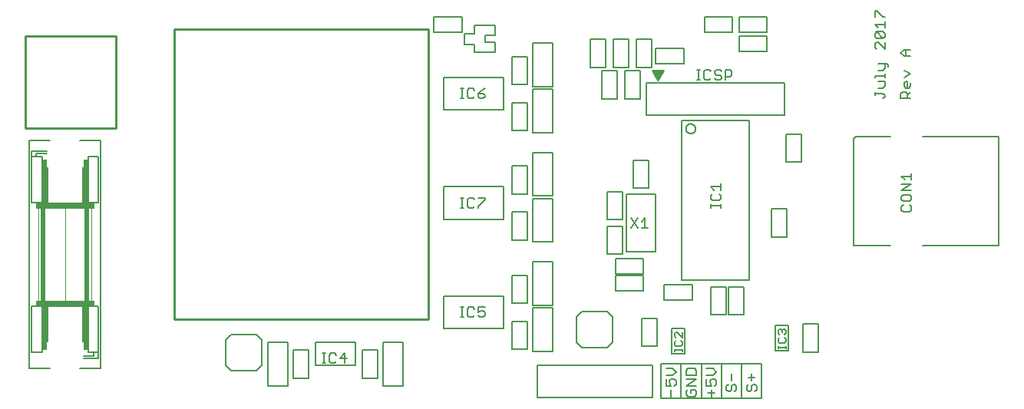
<source format=gto>
G75*
%MOIN*%
%OFA0B0*%
%FSLAX25Y25*%
%IPPOS*%
%LPD*%
%AMOC8*
5,1,8,0,0,1.08239X$1,22.5*
%
%ADD10C,0.00700*%
%ADD11C,0.00591*%
%ADD12C,0.00600*%
%ADD13C,0.01000*%
%ADD14C,0.00500*%
%ADD15C,0.00200*%
%ADD16R,0.04500X0.02500*%
%ADD17R,0.16000X0.02500*%
%ADD18R,0.02000X0.40000*%
%ADD19R,0.00500X0.15500*%
%ADD20R,0.02000X0.19000*%
D10*
X0151649Y0040563D02*
X0153084Y0040563D01*
X0152366Y0040563D02*
X0152366Y0044866D01*
X0151649Y0044866D02*
X0153084Y0044866D01*
X0154718Y0044149D02*
X0154718Y0041280D01*
X0155436Y0040563D01*
X0156870Y0040563D01*
X0157587Y0041280D01*
X0159322Y0042714D02*
X0162191Y0042714D01*
X0161474Y0040563D02*
X0161474Y0044866D01*
X0159322Y0042714D01*
X0157587Y0044149D02*
X0156870Y0044866D01*
X0155436Y0044866D01*
X0154718Y0044149D01*
X0211649Y0060563D02*
X0213084Y0060563D01*
X0212366Y0060563D02*
X0212366Y0064866D01*
X0211649Y0064866D02*
X0213084Y0064866D01*
X0214718Y0064149D02*
X0214718Y0061280D01*
X0215436Y0060563D01*
X0216870Y0060563D01*
X0217587Y0061280D01*
X0219322Y0061280D02*
X0220040Y0060563D01*
X0221474Y0060563D01*
X0222191Y0061280D01*
X0222191Y0062714D01*
X0221474Y0063432D01*
X0220757Y0063432D01*
X0219322Y0062714D01*
X0219322Y0064866D01*
X0222191Y0064866D01*
X0217587Y0064149D02*
X0216870Y0064866D01*
X0215436Y0064866D01*
X0214718Y0064149D01*
X0285684Y0099313D02*
X0288553Y0103616D01*
X0290288Y0102182D02*
X0291722Y0103616D01*
X0291722Y0099313D01*
X0290288Y0099313D02*
X0293157Y0099313D01*
X0288553Y0099313D02*
X0285684Y0103616D01*
X0320284Y0108174D02*
X0320284Y0109609D01*
X0320284Y0108891D02*
X0324588Y0108891D01*
X0324588Y0108174D02*
X0324588Y0109609D01*
X0323870Y0111243D02*
X0321001Y0111243D01*
X0320284Y0111961D01*
X0320284Y0113395D01*
X0321001Y0114112D01*
X0321719Y0115847D02*
X0320284Y0117282D01*
X0324588Y0117282D01*
X0324588Y0118716D02*
X0324588Y0115847D01*
X0323870Y0114112D02*
X0324588Y0113395D01*
X0324588Y0111961D01*
X0323870Y0111243D01*
X0403158Y0111696D02*
X0403875Y0110978D01*
X0406744Y0110978D01*
X0407462Y0111696D01*
X0407462Y0113130D01*
X0406744Y0113847D01*
X0403875Y0113847D01*
X0403158Y0113130D01*
X0403158Y0111696D01*
X0403875Y0109244D02*
X0403158Y0108526D01*
X0403158Y0107092D01*
X0403875Y0106374D01*
X0406744Y0106374D01*
X0407462Y0107092D01*
X0407462Y0108526D01*
X0406744Y0109244D01*
X0407462Y0115582D02*
X0403158Y0115582D01*
X0407462Y0118451D01*
X0403158Y0118451D01*
X0404593Y0120186D02*
X0403158Y0121621D01*
X0407462Y0121621D01*
X0407462Y0123055D02*
X0407462Y0120186D01*
X0407088Y0155563D02*
X0402784Y0155563D01*
X0402784Y0157714D01*
X0403501Y0158432D01*
X0404936Y0158432D01*
X0405653Y0157714D01*
X0405653Y0155563D01*
X0405653Y0156997D02*
X0407088Y0158432D01*
X0406370Y0160167D02*
X0404936Y0160167D01*
X0404219Y0160884D01*
X0404219Y0162318D01*
X0404936Y0163036D01*
X0405653Y0163036D01*
X0405653Y0160167D01*
X0406370Y0160167D02*
X0407088Y0160884D01*
X0407088Y0162318D01*
X0404219Y0164770D02*
X0407088Y0166205D01*
X0404219Y0167640D01*
X0397272Y0169274D02*
X0397272Y0169992D01*
X0396555Y0170709D01*
X0392969Y0170709D01*
X0395838Y0170709D02*
X0395838Y0168557D01*
X0395120Y0167840D01*
X0392969Y0167840D01*
X0391534Y0165488D02*
X0395838Y0165488D01*
X0395838Y0166205D02*
X0395838Y0164770D01*
X0395838Y0163036D02*
X0392969Y0163036D01*
X0391534Y0164770D02*
X0391534Y0165488D01*
X0395838Y0163036D02*
X0395838Y0160884D01*
X0395120Y0160167D01*
X0392969Y0160167D01*
X0391534Y0158432D02*
X0391534Y0156997D01*
X0391534Y0157714D02*
X0395120Y0157714D01*
X0395838Y0156997D01*
X0395838Y0156280D01*
X0395120Y0155563D01*
X0404219Y0173978D02*
X0402784Y0175413D01*
X0404219Y0176847D01*
X0407088Y0176847D01*
X0404936Y0176847D02*
X0404936Y0173978D01*
X0404219Y0173978D02*
X0407088Y0173978D01*
X0395838Y0177048D02*
X0395838Y0179917D01*
X0395120Y0181652D02*
X0392251Y0184521D01*
X0395120Y0184521D01*
X0395838Y0183803D01*
X0395838Y0182369D01*
X0395120Y0181652D01*
X0392251Y0181652D01*
X0391534Y0182369D01*
X0391534Y0183803D01*
X0392251Y0184521D01*
X0392969Y0186255D02*
X0391534Y0187690D01*
X0395838Y0187690D01*
X0395838Y0186255D02*
X0395838Y0189125D01*
X0395838Y0190859D02*
X0395120Y0190859D01*
X0392251Y0193728D01*
X0391534Y0193728D01*
X0391534Y0190859D01*
X0392251Y0179917D02*
X0391534Y0179199D01*
X0391534Y0177765D01*
X0392251Y0177048D01*
X0392969Y0179917D02*
X0395838Y0177048D01*
X0392969Y0179917D02*
X0392251Y0179917D01*
X0329493Y0167274D02*
X0329493Y0165839D01*
X0328776Y0165122D01*
X0326624Y0165122D01*
X0326624Y0163688D02*
X0326624Y0167991D01*
X0328776Y0167991D01*
X0329493Y0167274D01*
X0324889Y0167274D02*
X0324172Y0167991D01*
X0322738Y0167991D01*
X0322020Y0167274D01*
X0322020Y0166557D01*
X0322738Y0165839D01*
X0324172Y0165839D01*
X0324889Y0165122D01*
X0324889Y0164405D01*
X0324172Y0163688D01*
X0322738Y0163688D01*
X0322020Y0164405D01*
X0320285Y0164405D02*
X0319568Y0163688D01*
X0318134Y0163688D01*
X0317416Y0164405D01*
X0317416Y0167274D01*
X0318134Y0167991D01*
X0319568Y0167991D01*
X0320285Y0167274D01*
X0315782Y0167991D02*
X0314347Y0167991D01*
X0315064Y0167991D02*
X0315064Y0163688D01*
X0314347Y0163688D02*
X0315782Y0163688D01*
X0222191Y0159866D02*
X0220757Y0159149D01*
X0219322Y0157714D01*
X0221474Y0157714D01*
X0222191Y0156997D01*
X0222191Y0156280D01*
X0221474Y0155563D01*
X0220040Y0155563D01*
X0219322Y0156280D01*
X0219322Y0157714D01*
X0217587Y0156280D02*
X0216870Y0155563D01*
X0215436Y0155563D01*
X0214718Y0156280D01*
X0214718Y0159149D01*
X0215436Y0159866D01*
X0216870Y0159866D01*
X0217587Y0159149D01*
X0213084Y0159866D02*
X0211649Y0159866D01*
X0212366Y0159866D02*
X0212366Y0155563D01*
X0211649Y0155563D02*
X0213084Y0155563D01*
X0213084Y0112366D02*
X0211649Y0112366D01*
X0212366Y0112366D02*
X0212366Y0108063D01*
X0211649Y0108063D02*
X0213084Y0108063D01*
X0214718Y0108780D02*
X0215436Y0108063D01*
X0216870Y0108063D01*
X0217587Y0108780D01*
X0219322Y0108780D02*
X0219322Y0108063D01*
X0219322Y0108780D02*
X0222191Y0111649D01*
X0222191Y0112366D01*
X0219322Y0112366D01*
X0217587Y0111649D02*
X0216870Y0112366D01*
X0215436Y0112366D01*
X0214718Y0111649D01*
X0214718Y0108780D01*
X0300909Y0038234D02*
X0303778Y0038234D01*
X0305213Y0036799D01*
X0303778Y0035365D01*
X0300909Y0035365D01*
X0300909Y0033630D02*
X0300909Y0030761D01*
X0303061Y0030761D01*
X0302344Y0032195D01*
X0302344Y0032912D01*
X0303061Y0033630D01*
X0304495Y0033630D01*
X0305213Y0032912D01*
X0305213Y0031478D01*
X0304495Y0030761D01*
X0303061Y0029026D02*
X0303061Y0026157D01*
X0309659Y0026874D02*
X0310376Y0026157D01*
X0313245Y0026157D01*
X0313963Y0026874D01*
X0313963Y0028309D01*
X0313245Y0029026D01*
X0311811Y0029026D01*
X0311811Y0027591D01*
X0310376Y0029026D02*
X0309659Y0028309D01*
X0309659Y0026874D01*
X0309659Y0030761D02*
X0313963Y0033630D01*
X0309659Y0033630D01*
X0309659Y0035365D02*
X0309659Y0037516D01*
X0310376Y0038234D01*
X0313245Y0038234D01*
X0313963Y0037516D01*
X0313963Y0035365D01*
X0309659Y0035365D01*
X0309659Y0030761D02*
X0313963Y0030761D01*
X0318409Y0030761D02*
X0320561Y0030761D01*
X0319844Y0032195D01*
X0319844Y0032912D01*
X0320561Y0033630D01*
X0321995Y0033630D01*
X0322713Y0032912D01*
X0322713Y0031478D01*
X0321995Y0030761D01*
X0320561Y0029026D02*
X0320561Y0026157D01*
X0321995Y0027591D02*
X0319126Y0027591D01*
X0318409Y0030761D02*
X0318409Y0033630D01*
X0318409Y0035365D02*
X0321278Y0035365D01*
X0322713Y0036799D01*
X0321278Y0038234D01*
X0318409Y0038234D01*
X0329311Y0035932D02*
X0329311Y0033063D01*
X0330028Y0031328D02*
X0330745Y0031328D01*
X0331463Y0030610D01*
X0331463Y0029176D01*
X0330745Y0028459D01*
X0329311Y0029176D02*
X0329311Y0030610D01*
X0330028Y0031328D01*
X0327876Y0031328D02*
X0327159Y0030610D01*
X0327159Y0029176D01*
X0327876Y0028459D01*
X0328594Y0028459D01*
X0329311Y0029176D01*
X0335909Y0029176D02*
X0336626Y0028459D01*
X0337344Y0028459D01*
X0338061Y0029176D01*
X0338061Y0030610D01*
X0338778Y0031328D01*
X0339495Y0031328D01*
X0340213Y0030610D01*
X0340213Y0029176D01*
X0339495Y0028459D01*
X0335909Y0029176D02*
X0335909Y0030610D01*
X0336626Y0031328D01*
X0338061Y0033063D02*
X0338061Y0035932D01*
X0339495Y0034497D02*
X0336626Y0034497D01*
D11*
X0333688Y0040213D02*
X0324938Y0040213D01*
X0324938Y0025213D01*
X0333688Y0025213D01*
X0333688Y0040213D01*
X0342438Y0040213D01*
X0342438Y0025213D01*
X0333688Y0025213D01*
X0324938Y0025213D02*
X0316188Y0025213D01*
X0316188Y0040213D01*
X0307438Y0040213D01*
X0307438Y0025213D01*
X0316188Y0025213D01*
X0307438Y0025213D02*
X0298688Y0025213D01*
X0298688Y0040213D01*
X0307438Y0040213D01*
X0308944Y0044701D02*
X0303432Y0044701D01*
X0303432Y0055724D01*
X0308944Y0055724D01*
X0308944Y0044701D01*
X0316188Y0040213D02*
X0324938Y0040213D01*
X0348432Y0045951D02*
X0348432Y0056974D01*
X0353944Y0056974D01*
X0353944Y0045951D01*
X0348432Y0045951D01*
X0360341Y0045360D02*
X0367034Y0045360D01*
X0367034Y0057565D01*
X0360341Y0057565D01*
X0360341Y0045360D01*
X0334534Y0061610D02*
X0327841Y0061610D01*
X0327841Y0073815D01*
X0334534Y0073815D01*
X0334534Y0061610D01*
X0327034Y0061610D02*
X0327034Y0073815D01*
X0320341Y0073815D01*
X0320341Y0061610D01*
X0327034Y0061610D01*
X0312290Y0068116D02*
X0312290Y0074809D01*
X0300085Y0074809D01*
X0300085Y0068116D01*
X0312290Y0068116D01*
X0307819Y0076663D02*
X0337057Y0076663D01*
X0337057Y0146163D01*
X0307819Y0146163D01*
X0307819Y0076663D01*
X0291040Y0078559D02*
X0291040Y0071866D01*
X0278835Y0071866D01*
X0278835Y0078559D01*
X0291040Y0078559D01*
X0291040Y0079366D02*
X0291040Y0086059D01*
X0278835Y0086059D01*
X0278835Y0079366D01*
X0291040Y0079366D01*
X0296237Y0088864D02*
X0283638Y0088864D01*
X0283638Y0114061D01*
X0296237Y0114061D01*
X0296237Y0088864D01*
X0282034Y0087860D02*
X0282034Y0100065D01*
X0275341Y0100065D01*
X0275341Y0087860D01*
X0282034Y0087860D01*
X0282034Y0102860D02*
X0275341Y0102860D01*
X0275341Y0115065D01*
X0282034Y0115065D01*
X0282034Y0102860D01*
X0286591Y0116610D02*
X0293284Y0116610D01*
X0293284Y0128815D01*
X0286591Y0128815D01*
X0286591Y0116610D01*
X0251768Y0113264D02*
X0251768Y0132161D01*
X0243107Y0132161D01*
X0243107Y0113264D01*
X0251768Y0113264D01*
X0251768Y0112161D02*
X0251768Y0093264D01*
X0243107Y0093264D01*
X0243107Y0112161D01*
X0251768Y0112161D01*
X0240784Y0114110D02*
X0234091Y0114110D01*
X0234091Y0126315D01*
X0240784Y0126315D01*
X0240784Y0114110D01*
X0230430Y0117299D02*
X0204446Y0117299D01*
X0204446Y0103126D01*
X0230430Y0103126D01*
X0230430Y0117299D01*
X0234091Y0106315D02*
X0240784Y0106315D01*
X0240784Y0094110D01*
X0234091Y0094110D01*
X0234091Y0106315D01*
X0243107Y0084661D02*
X0251768Y0084661D01*
X0251768Y0065764D01*
X0243107Y0065764D01*
X0243107Y0084661D01*
X0240784Y0078815D02*
X0234091Y0078815D01*
X0234091Y0066610D01*
X0240784Y0066610D01*
X0240784Y0078815D01*
X0230430Y0069799D02*
X0204446Y0069799D01*
X0204446Y0055626D01*
X0230430Y0055626D01*
X0230430Y0069799D01*
X0243107Y0064661D02*
X0251768Y0064661D01*
X0251768Y0045764D01*
X0243107Y0045764D01*
X0243107Y0064661D01*
X0240784Y0058815D02*
X0234091Y0058815D01*
X0234091Y0046610D01*
X0240784Y0046610D01*
X0240784Y0058815D01*
X0244938Y0039713D02*
X0244938Y0025713D01*
X0294938Y0025713D01*
X0294938Y0039713D01*
X0244938Y0039713D01*
X0290341Y0047860D02*
X0290341Y0060065D01*
X0297034Y0060065D01*
X0297034Y0047860D01*
X0290341Y0047860D01*
X0382477Y0091610D02*
X0382477Y0138264D01*
X0382479Y0138310D01*
X0382484Y0138356D01*
X0382493Y0138402D01*
X0382506Y0138447D01*
X0382522Y0138490D01*
X0382541Y0138532D01*
X0382564Y0138573D01*
X0382590Y0138611D01*
X0382619Y0138648D01*
X0382650Y0138682D01*
X0382684Y0138713D01*
X0382721Y0138742D01*
X0382759Y0138768D01*
X0382800Y0138791D01*
X0382842Y0138810D01*
X0382885Y0138826D01*
X0382930Y0138839D01*
X0382976Y0138848D01*
X0383022Y0138853D01*
X0383068Y0138855D01*
X0383068Y0138854D02*
X0398225Y0138854D01*
X0412398Y0138854D02*
X0445469Y0138854D01*
X0445469Y0092201D01*
X0445470Y0092201D02*
X0445468Y0092155D01*
X0445463Y0092109D01*
X0445454Y0092063D01*
X0445441Y0092018D01*
X0445425Y0091975D01*
X0445406Y0091933D01*
X0445383Y0091892D01*
X0445357Y0091854D01*
X0445328Y0091817D01*
X0445297Y0091783D01*
X0445263Y0091752D01*
X0445226Y0091723D01*
X0445188Y0091697D01*
X0445147Y0091674D01*
X0445105Y0091655D01*
X0445062Y0091639D01*
X0445017Y0091626D01*
X0444971Y0091617D01*
X0444925Y0091612D01*
X0444879Y0091610D01*
X0412398Y0091610D01*
X0398225Y0091610D02*
X0382477Y0091610D01*
X0353284Y0095360D02*
X0346591Y0095360D01*
X0346591Y0107565D01*
X0353284Y0107565D01*
X0353284Y0095360D01*
X0352841Y0127860D02*
X0359534Y0127860D01*
X0359534Y0140065D01*
X0352841Y0140065D01*
X0352841Y0127860D01*
X0352438Y0148213D02*
X0292438Y0148213D01*
X0292438Y0162213D01*
X0352438Y0162213D01*
X0352438Y0148213D01*
X0309512Y0142463D02*
X0309514Y0142555D01*
X0309520Y0142646D01*
X0309530Y0142737D01*
X0309544Y0142828D01*
X0309562Y0142918D01*
X0309584Y0143007D01*
X0309609Y0143094D01*
X0309639Y0143181D01*
X0309672Y0143267D01*
X0309709Y0143350D01*
X0309749Y0143433D01*
X0309793Y0143513D01*
X0309841Y0143591D01*
X0309892Y0143668D01*
X0309946Y0143741D01*
X0310003Y0143813D01*
X0310064Y0143882D01*
X0310127Y0143948D01*
X0310193Y0144011D01*
X0310262Y0144072D01*
X0310334Y0144129D01*
X0310407Y0144183D01*
X0310484Y0144234D01*
X0310562Y0144282D01*
X0310642Y0144326D01*
X0310725Y0144366D01*
X0310808Y0144403D01*
X0310894Y0144436D01*
X0310981Y0144466D01*
X0311068Y0144491D01*
X0311157Y0144513D01*
X0311247Y0144531D01*
X0311338Y0144545D01*
X0311429Y0144555D01*
X0311520Y0144561D01*
X0311612Y0144563D01*
X0311704Y0144561D01*
X0311795Y0144555D01*
X0311886Y0144545D01*
X0311977Y0144531D01*
X0312067Y0144513D01*
X0312156Y0144491D01*
X0312243Y0144466D01*
X0312330Y0144436D01*
X0312416Y0144403D01*
X0312499Y0144366D01*
X0312582Y0144326D01*
X0312662Y0144282D01*
X0312740Y0144234D01*
X0312817Y0144183D01*
X0312890Y0144129D01*
X0312962Y0144072D01*
X0313031Y0144011D01*
X0313097Y0143948D01*
X0313160Y0143882D01*
X0313221Y0143813D01*
X0313278Y0143741D01*
X0313332Y0143668D01*
X0313383Y0143591D01*
X0313431Y0143513D01*
X0313475Y0143433D01*
X0313515Y0143350D01*
X0313552Y0143267D01*
X0313585Y0143181D01*
X0313615Y0143094D01*
X0313640Y0143007D01*
X0313662Y0142918D01*
X0313680Y0142828D01*
X0313694Y0142737D01*
X0313704Y0142646D01*
X0313710Y0142555D01*
X0313712Y0142463D01*
X0313710Y0142371D01*
X0313704Y0142280D01*
X0313694Y0142189D01*
X0313680Y0142098D01*
X0313662Y0142008D01*
X0313640Y0141919D01*
X0313615Y0141832D01*
X0313585Y0141745D01*
X0313552Y0141659D01*
X0313515Y0141576D01*
X0313475Y0141493D01*
X0313431Y0141413D01*
X0313383Y0141335D01*
X0313332Y0141258D01*
X0313278Y0141185D01*
X0313221Y0141113D01*
X0313160Y0141044D01*
X0313097Y0140978D01*
X0313031Y0140915D01*
X0312962Y0140854D01*
X0312890Y0140797D01*
X0312817Y0140743D01*
X0312740Y0140692D01*
X0312662Y0140644D01*
X0312582Y0140600D01*
X0312499Y0140560D01*
X0312416Y0140523D01*
X0312330Y0140490D01*
X0312243Y0140460D01*
X0312156Y0140435D01*
X0312067Y0140413D01*
X0311977Y0140395D01*
X0311886Y0140381D01*
X0311795Y0140371D01*
X0311704Y0140365D01*
X0311612Y0140363D01*
X0311520Y0140365D01*
X0311429Y0140371D01*
X0311338Y0140381D01*
X0311247Y0140395D01*
X0311157Y0140413D01*
X0311068Y0140435D01*
X0310981Y0140460D01*
X0310894Y0140490D01*
X0310808Y0140523D01*
X0310725Y0140560D01*
X0310642Y0140600D01*
X0310562Y0140644D01*
X0310484Y0140692D01*
X0310407Y0140743D01*
X0310334Y0140797D01*
X0310262Y0140854D01*
X0310193Y0140915D01*
X0310127Y0140978D01*
X0310064Y0141044D01*
X0310003Y0141113D01*
X0309946Y0141185D01*
X0309892Y0141258D01*
X0309841Y0141335D01*
X0309793Y0141413D01*
X0309749Y0141493D01*
X0309709Y0141576D01*
X0309672Y0141659D01*
X0309639Y0141745D01*
X0309609Y0141832D01*
X0309584Y0141919D01*
X0309562Y0142008D01*
X0309544Y0142098D01*
X0309530Y0142189D01*
X0309520Y0142280D01*
X0309514Y0142371D01*
X0309512Y0142463D01*
X0289534Y0155360D02*
X0282841Y0155360D01*
X0282841Y0167565D01*
X0289534Y0167565D01*
X0289534Y0155360D01*
X0279534Y0155360D02*
X0272841Y0155360D01*
X0272841Y0167565D01*
X0279534Y0167565D01*
X0279534Y0155360D01*
X0296672Y0164677D02*
X0298203Y0164677D01*
X0298539Y0165266D02*
X0296336Y0165266D01*
X0295999Y0165855D02*
X0298876Y0165855D01*
X0299213Y0166444D02*
X0295663Y0166444D01*
X0295326Y0167033D02*
X0299549Y0167033D01*
X0299886Y0167622D02*
X0294989Y0167622D01*
X0294938Y0167713D02*
X0297438Y0163338D01*
X0299938Y0167713D01*
X0294938Y0167713D01*
X0294534Y0169110D02*
X0287841Y0169110D01*
X0287841Y0181315D01*
X0294534Y0181315D01*
X0294534Y0169110D01*
X0296335Y0170616D02*
X0296335Y0177309D01*
X0308540Y0177309D01*
X0308540Y0170616D01*
X0296335Y0170616D01*
X0297009Y0164088D02*
X0297866Y0164088D01*
X0297530Y0163499D02*
X0297346Y0163499D01*
X0284534Y0169110D02*
X0277841Y0169110D01*
X0277841Y0181315D01*
X0284534Y0181315D01*
X0284534Y0169110D01*
X0274534Y0169110D02*
X0267841Y0169110D01*
X0267841Y0181315D01*
X0274534Y0181315D01*
X0274534Y0169110D01*
X0251768Y0160764D02*
X0251768Y0179661D01*
X0243107Y0179661D01*
X0243107Y0160764D01*
X0251768Y0160764D01*
X0251768Y0159661D02*
X0251768Y0140764D01*
X0243107Y0140764D01*
X0243107Y0159661D01*
X0251768Y0159661D01*
X0240784Y0161610D02*
X0234091Y0161610D01*
X0234091Y0173815D01*
X0240784Y0173815D01*
X0240784Y0161610D01*
X0230430Y0164799D02*
X0204446Y0164799D01*
X0204446Y0150626D01*
X0230430Y0150626D01*
X0230430Y0164799D01*
X0226631Y0175557D02*
X0217575Y0175557D01*
X0217575Y0179100D01*
X0213245Y0179100D01*
X0213245Y0183825D01*
X0217575Y0183825D01*
X0217575Y0187368D01*
X0226631Y0187368D01*
X0226631Y0183037D01*
X0222300Y0183037D01*
X0222300Y0179888D01*
X0226631Y0179888D01*
X0226631Y0175557D01*
X0212290Y0184366D02*
X0212290Y0191059D01*
X0200085Y0191059D01*
X0200085Y0184366D01*
X0212290Y0184366D01*
X0234091Y0153815D02*
X0240784Y0153815D01*
X0240784Y0141610D01*
X0234091Y0141610D01*
X0234091Y0153815D01*
X0317585Y0184366D02*
X0317585Y0191059D01*
X0329790Y0191059D01*
X0329790Y0184366D01*
X0317585Y0184366D01*
X0332585Y0184366D02*
X0332585Y0191059D01*
X0344790Y0191059D01*
X0344790Y0184366D01*
X0332585Y0184366D01*
X0332546Y0182821D02*
X0332546Y0176128D01*
X0344751Y0176128D01*
X0344751Y0182821D01*
X0332546Y0182821D01*
X0186768Y0049661D02*
X0178107Y0049661D01*
X0178107Y0030764D01*
X0186768Y0030764D01*
X0186768Y0049661D01*
X0175784Y0046315D02*
X0169091Y0046315D01*
X0169091Y0034110D01*
X0175784Y0034110D01*
X0175784Y0046315D01*
X0166099Y0049799D02*
X0148776Y0049799D01*
X0148776Y0039563D01*
X0166099Y0039563D01*
X0166099Y0049799D01*
X0145784Y0046315D02*
X0139091Y0046315D01*
X0139091Y0034110D01*
X0145784Y0034110D01*
X0145784Y0046315D01*
X0136768Y0049661D02*
X0128107Y0049661D01*
X0128107Y0030764D01*
X0136768Y0030764D01*
X0136768Y0049661D01*
D12*
X0033438Y0038213D02*
X0024438Y0038213D01*
X0024438Y0137213D01*
X0033438Y0137213D01*
X0031938Y0132713D02*
X0025438Y0132713D01*
X0025438Y0130213D01*
X0025438Y0110213D01*
X0029938Y0110213D01*
X0029938Y0130213D01*
X0027438Y0130213D01*
X0027438Y0131713D01*
X0031938Y0131713D01*
X0027438Y0130213D02*
X0025438Y0130213D01*
X0046438Y0137213D02*
X0055438Y0137213D01*
X0055438Y0038213D01*
X0046438Y0038213D01*
X0047938Y0042713D02*
X0054438Y0042713D01*
X0054438Y0045213D01*
X0054438Y0065213D01*
X0049938Y0065213D01*
X0049938Y0045213D01*
X0052438Y0045213D01*
X0052438Y0043713D01*
X0047938Y0043713D01*
X0052438Y0045213D02*
X0054438Y0045213D01*
X0029938Y0045213D02*
X0029938Y0065213D01*
X0025438Y0065213D01*
X0025438Y0045213D01*
X0029938Y0045213D01*
X0049938Y0110213D02*
X0054438Y0110213D01*
X0054438Y0130213D01*
X0049938Y0130213D01*
X0049938Y0110213D01*
X0217731Y0183953D02*
X0217731Y0187063D01*
X0350073Y0055198D02*
X0350630Y0055198D01*
X0351186Y0054641D01*
X0351743Y0055198D01*
X0352300Y0055198D01*
X0352856Y0054641D01*
X0352856Y0053528D01*
X0352300Y0052971D01*
X0352300Y0051572D02*
X0352856Y0051016D01*
X0352856Y0049902D01*
X0352300Y0049346D01*
X0350073Y0049346D01*
X0349516Y0049902D01*
X0349516Y0051016D01*
X0350073Y0051572D01*
X0350073Y0052971D02*
X0349516Y0053528D01*
X0349516Y0054641D01*
X0350073Y0055198D01*
X0351186Y0054641D02*
X0351186Y0054084D01*
X0349516Y0048042D02*
X0349516Y0046929D01*
X0349516Y0047486D02*
X0352856Y0047486D01*
X0352856Y0048042D02*
X0352856Y0046929D01*
X0307856Y0046792D02*
X0307856Y0045679D01*
X0307856Y0046236D02*
X0304516Y0046236D01*
X0304516Y0046792D02*
X0304516Y0045679D01*
X0305073Y0048096D02*
X0307300Y0048096D01*
X0307856Y0048652D01*
X0307856Y0049766D01*
X0307300Y0050322D01*
X0307856Y0051721D02*
X0305630Y0053948D01*
X0305073Y0053948D01*
X0304516Y0053391D01*
X0304516Y0052278D01*
X0305073Y0051721D01*
X0305073Y0050322D02*
X0304516Y0049766D01*
X0304516Y0048652D01*
X0305073Y0048096D01*
X0307856Y0051721D02*
X0307856Y0053948D01*
D13*
X0197556Y0059720D02*
X0087320Y0059720D01*
X0087320Y0185705D01*
X0197556Y0185705D01*
X0197556Y0059720D01*
X0062123Y0142713D02*
X0022753Y0142713D01*
X0022753Y0182713D01*
X0062123Y0182713D01*
X0062123Y0142713D01*
D14*
X0111926Y0053087D02*
X0122949Y0053087D01*
X0125312Y0050724D01*
X0125312Y0039701D01*
X0122949Y0037339D01*
X0111926Y0037339D01*
X0109564Y0039701D01*
X0109564Y0050724D01*
X0111926Y0053087D01*
X0262064Y0049701D02*
X0262064Y0060724D01*
X0264426Y0063087D01*
X0275449Y0063087D01*
X0277812Y0060724D01*
X0277812Y0049701D01*
X0275449Y0047339D01*
X0264426Y0047339D01*
X0262064Y0049701D01*
D15*
X0051438Y0067713D02*
X0051438Y0107713D01*
X0039938Y0108213D02*
X0039938Y0067213D01*
X0028438Y0067713D02*
X0028438Y0107713D01*
D16*
X0029688Y0108963D03*
X0050188Y0108963D03*
X0050188Y0066463D03*
X0029688Y0066463D03*
D17*
X0039938Y0066463D03*
X0039938Y0108963D03*
D18*
X0049438Y0087713D03*
X0030438Y0087713D03*
D19*
X0032188Y0057463D03*
X0047688Y0057463D03*
X0047688Y0117963D03*
X0032188Y0117963D03*
D20*
X0030938Y0119713D03*
X0048938Y0119713D03*
X0048938Y0055713D03*
X0030938Y0055713D03*
M02*

</source>
